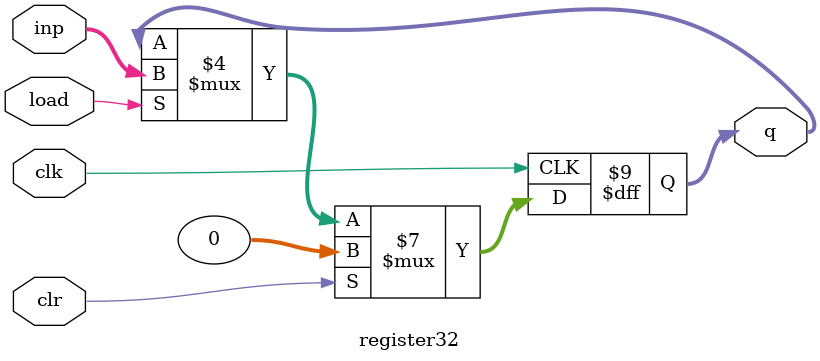
<source format=v>
module register32(load, clk, clr, inp, q);
	input load, clr, clk;
    input [32-1 : 0] inp;
	output reg [32-1 : 0] q;

	always @(posedge clk)
		if (clr == 1)
			q <= 0;
		else if (load == 1)
			q <= inp;
endmodule

</source>
